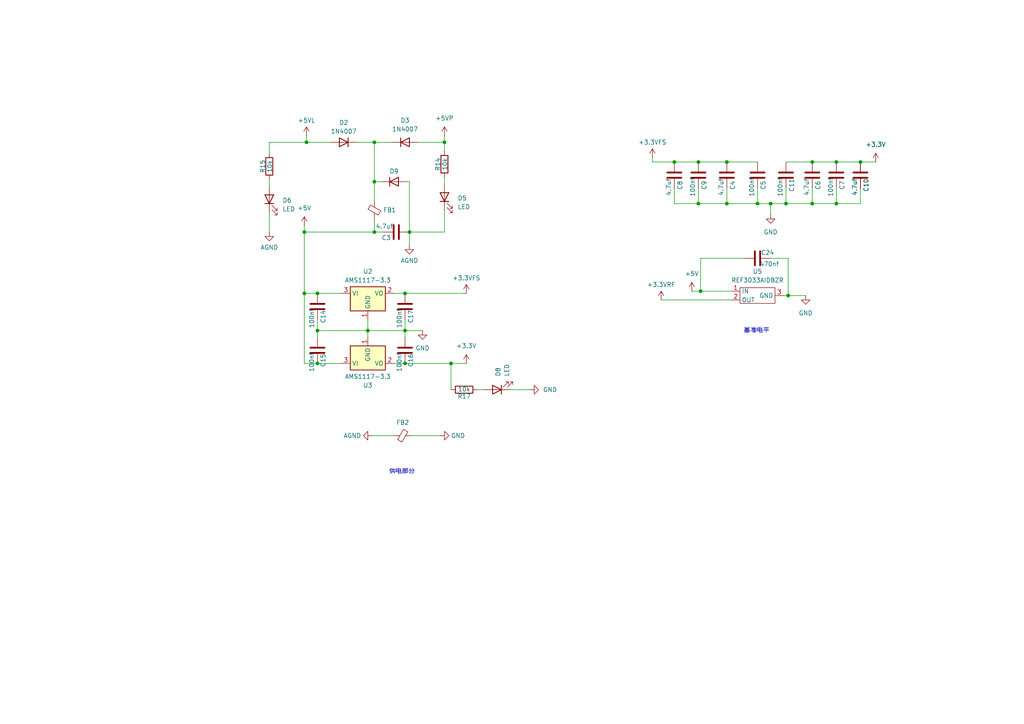
<source format=kicad_sch>
(kicad_sch (version 20231120) (generator "eeschema") (generator_version "8.0")
  (paper "A4")
  (lib_symbols
    (symbol "Main:1N4007" (pin_numbers hide) (pin_names hide)
      (property "Reference" "D" (at 0 2.54 0))
      (property "Value" "1N4007" (at 0 -2.54 0))
      (symbol "1N4007_0_1"
        (polyline (pts (xy -1.27 1.27) (xy -1.27 -1.27)) (stroke (width 0.254)))
        (polyline (pts (xy 1.27 0) (xy -1.27 0)))
        (polyline (pts (xy 1.27 1.27) (xy 1.27 -1.27) (xy -1.27 0) (xy 1.27 1.27)) (stroke (width 0.254)))
      )
      (symbol "1N4007_1_1"
        (pin passive line (at -3.81 0 0) (length 2.54) (name "K") (number "1"))
        (pin passive line (at 3.81 0 180) (length 2.54) (name "A") (number "2"))
      )
    )
    (symbol "Main:AMS1117-3.3_1"
      (property "Reference" "U" (at -3.81 3.175 0))
      (property "Value" "AMS1117-3.3" (at 0 3.175 0))
      (symbol "AMS1117-3.3_1_0_1"
        (rectangle (start -5.08 -5.08) (end 5.08 1.905) (stroke (width 0.254)) (fill (type background)))
      )
      (symbol "AMS1117-3.3_1_1_1"
        (pin power_in line (at 0 -7.62 90) (length 2.54) (name "GND") (number "1"))
        (pin power_out line (at 7.62 0 180) (length 2.54) (name "VO") (number "2"))
        (pin power_in line (at -7.62 0 0) (length 2.54) (name "VI") (number "3"))
      )
    )
    (symbol "Main:C" (pin_numbers hide) (pin_names (offset 0.254))
      (property "Reference" "C" (at 0.635 2.54 0))
      (property "Value" "C" (at 0.635 -2.54 0))
      (symbol "C_0_1"
        (polyline (pts (xy -2.032 -0.762) (xy 2.032 -0.762)) (stroke (width 0.508)))
        (polyline (pts (xy -2.032 0.762) (xy 2.032 0.762)) (stroke (width 0.508)))
      )
      (symbol "C_1_1"
        (pin passive line (at 0 3.81 270) (length 2.794) (name "~") (number "1"))
        (pin passive line (at 0 -3.81 90) (length 2.794) (name "~") (number "2"))
      )
    )
    (symbol "Main:D" (pin_numbers hide) (pin_names (offset 1.016) hide)
      (property "Reference" "D" (at 0 2.54 0))
      (property "Value" "D" (at 0 -2.54 0))
      (symbol "D_0_1"
        (polyline (pts (xy -1.27 1.27) (xy -1.27 -1.27)) (stroke (width 0.254)))
        (polyline (pts (xy 1.27 0) (xy -1.27 0)))
        (polyline (pts (xy 1.27 1.27) (xy 1.27 -1.27) (xy -1.27 0) (xy 1.27 1.27)) (stroke (width 0.254)))
      )
      (symbol "D_1_1"
        (pin passive line (at -3.81 0 0) (length 2.54) (name "K") (number "1"))
        (pin passive line (at 3.81 0 180) (length 2.54) (name "A") (number "2"))
      )
    )
    (symbol "Main:FerriteBead_Small" (pin_numbers hide) (pin_names (offset 0))
      (property "Reference" "FB" (at 1.905 1.27 0))
      (symbol "FerriteBead_Small_0_1"
        (polyline (pts (xy 0 -1.27) (xy 0 -0.7874)))
        (polyline (pts (xy 0 0.889) (xy 0 1.2954)))
        (polyline (pts (xy -1.8288 0.2794) (xy -1.1176 1.4986) (xy 1.8288 -0.2032) (xy 1.1176 -1.4224) (xy -1.8288 0.2794)))
      )
      (symbol "FerriteBead_Small_1_1"
        (pin passive line (at 0 2.54 270) (length 1.27) (name "~") (number "1"))
        (pin passive line (at 0 -2.54 90) (length 1.27) (name "~") (number "2"))
      )
    )
    (symbol "Main:LED" (pin_numbers hide) (pin_names (offset 1.016) hide)
      (property "Reference" "D" (at 0 2.54 0))
      (property "Value" "LED" (at 0 -2.54 0))
      (symbol "LED_0_1"
        (polyline (pts (xy -1.27 -1.27) (xy -1.27 1.27)) (stroke (width 0.254)))
        (polyline (pts (xy -1.27 0) (xy 1.27 0)))
        (polyline (pts (xy 1.27 -1.27) (xy 1.27 1.27) (xy -1.27 0) (xy 1.27 -1.27)) (stroke (width 0.254)))
        (polyline (pts (xy -3.048 -0.762) (xy -4.572 -2.286) (xy -3.81 -2.286) (xy -4.572 -2.286) (xy -4.572 -1.524)))
        (polyline (pts (xy -1.778 -0.762) (xy -3.302 -2.286) (xy -2.54 -2.286) (xy -3.302 -2.286) (xy -3.302 -1.524)))
      )
      (symbol "LED_1_1"
        (pin passive line (at -3.81 0 0) (length 2.54) (name "K") (number "1"))
        (pin passive line (at 3.81 0 180) (length 2.54) (name "A") (number "2"))
      )
    )
    (symbol "Main:R" (pin_numbers hide) (pin_names (offset 0))
      (property "Reference" "R" (at 2.032 0 90))
      (property "Value" "R" (at 0 0 90))
      (symbol "R_0_1"
        (rectangle (start -1.016 -2.54) (end 1.016 2.54) (stroke (width 0.254)))
      )
      (symbol "R_1_1"
        (pin passive line (at 0 3.81 270) (length 1.27) (name "~") (number "1"))
        (pin passive line (at 0 -3.81 90) (length 1.27) (name "~") (number "2"))
      )
    )
    (symbol "Main:REF3033AIDBZR"
      (property "Reference" "U" (at 0 4.064 0))
      (property "Value" "REF3033AIDBZR" (at 0 4.064 0))
      (symbol "REF3033AIDBZR_1_1"
        (rectangle (start -5.08 2.286) (end 5.08 -2.286))
        (pin output line (at -7.62 1.27 0) (length 2.54) (name "IN") (number "1"))
        (pin output line (at -7.62 -1.27 0) (length 2.54) (name "OUT") (number "2"))
        (pin output line (at 7.62 0 180) (length 2.54) (name "GND") (number "3"))
      )
    )
    (symbol "power:+3.3V" (power) (pin_numbers hide) (pin_names (offset 0) hide)
      (property "Value" "+3.3V" (at 0 3.556 0))
      (symbol "+3.3V_0_1"
        (polyline (pts (xy -0.762 1.27) (xy 0 2.54)))
        (polyline (pts (xy 0 0) (xy 0 2.54)))
        (polyline (pts (xy 0 2.54) (xy 0.762 1.27)))
      )
      (symbol "+3.3V_1_1"
        (pin power_in line (at 0 0 90) (length 0) (name "~") (number "1"))
      )
    )
    (symbol "power:+5V" (power) (pin_numbers hide) (pin_names (offset 0) hide)
      (property "Value" "+5V" (at 0 3.556 0))
      (symbol "+5V_0_1"
        (polyline (pts (xy -0.762 1.27) (xy 0 2.54)))
        (polyline (pts (xy 0 0) (xy 0 2.54)))
        (polyline (pts (xy 0 2.54) (xy 0.762 1.27)))
      )
      (symbol "+5V_1_1"
        (pin power_in line (at 0 0 90) (length 0) (name "~") (number "1"))
      )
    )
    (symbol "power:GND" (power) (pin_numbers hide) (pin_names (offset 0) hide)
      (property "Value" "GND" (at 0 -3.81 0))
      (symbol "GND_0_1"
        (polyline (pts (xy 0 0) (xy 0 -1.27) (xy 1.27 -1.27) (xy 0 -2.54) (xy -1.27 -1.27) (xy 0 -1.27)))
      )
      (symbol "GND_1_1"
        (pin power_in line (at 0 0 270) (length 0) (name "~") (number "1"))
      )
    )
  )
  (junction (at 203.2 84.455))
  (junction (at 92.075 85.09))
  (junction (at 210.82 59.055))
  (junction (at 117.475 95.885))
  (junction (at 88.265 67.31))
  (junction (at 92.075 105.41))
  (junction (at 92.075 95.885))
  (junction (at 130.81 105.41))
  (junction (at 108.585 41.275))
  (junction (at 242.57 46.99))
  (junction (at 223.52 59.055))
  (junction (at 227.965 59.055))
  (junction (at 210.82 46.99))
  (junction (at 106.68 95.885))
  (junction (at 242.57 59.055))
  (junction (at 88.9 41.275))
  (junction (at 117.475 105.41))
  (junction (at 235.585 46.99))
  (junction (at 235.585 59.055))
  (junction (at 88.265 85.09))
  (junction (at 228.6 85.725))
  (junction (at 108.585 67.31))
  (junction (at 219.71 59.055))
  (junction (at 117.475 85.09))
  (junction (at 195.58 46.99))
  (junction (at 202.565 59.055))
  (junction (at 108.585 52.705))
  (junction (at 128.905 41.275))
  (junction (at 249.555 46.99))
  (junction (at 118.745 67.31))
  (junction (at 202.565 46.99))
  (wire (pts (xy 227.33 85.725) (xy 228.6 85.725)))
  (wire (pts (xy 223.52 74.93) (xy 228.6 74.93)))
  (wire (pts (xy 103.505 41.275) (xy 108.585 41.275)))
  (wire (pts (xy 118.745 52.705) (xy 118.745 67.31)))
  (wire (pts (xy 219.71 54.61) (xy 219.71 59.055)))
  (wire (pts (xy 88.265 85.09) (xy 88.265 67.31)))
  (wire (pts (xy 117.475 85.09) (xy 135.255 85.09)))
  (wire (pts (xy 228.6 85.725) (xy 233.68 85.725)))
  (wire (pts (xy 108.585 67.31) (xy 111.125 67.31)))
  (wire (pts (xy 121.285 41.275) (xy 128.905 41.275)))
  (wire (pts (xy 128.905 41.275) (xy 128.905 43.815)))
  (wire (pts (xy 200.66 84.455) (xy 203.2 84.455)))
  (wire (pts (xy 249.555 59.055) (xy 242.57 59.055)))
  (wire (pts (xy 242.57 46.99) (xy 249.555 46.99)))
  (wire (pts (xy 78.105 44.45) (xy 78.105 41.275)))
  (wire (pts (xy 114.3 85.09) (xy 117.475 85.09)))
  (wire (pts (xy 88.265 105.41) (xy 92.075 105.41)))
  (wire (pts (xy 242.57 59.055) (xy 235.585 59.055)))
  (wire (pts (xy 117.475 95.885) (xy 122.555 95.885)))
  (wire (pts (xy 203.2 84.455) (xy 212.09 84.455)))
  (wire (pts (xy 117.475 95.885) (xy 117.475 97.79)))
  (wire (pts (xy 135.255 105.41) (xy 130.81 105.41)))
  (wire (pts (xy 242.57 54.61) (xy 242.57 59.055)))
  (wire (pts (xy 189.23 45.72) (xy 189.23 46.99)))
  (wire (pts (xy 128.905 51.435) (xy 128.905 53.34)))
  (wire (pts (xy 117.475 92.71) (xy 117.475 95.885)))
  (wire (pts (xy 106.68 95.885) (xy 106.68 97.79)))
  (wire (pts (xy 88.265 65.405) (xy 88.265 67.31)))
  (wire (pts (xy 210.82 54.61) (xy 210.82 59.055)))
  (wire (pts (xy 108.585 52.705) (xy 110.49 52.705)))
  (wire (pts (xy 117.475 105.41) (xy 130.81 105.41)))
  (wire (pts (xy 195.58 46.99) (xy 202.565 46.99)))
  (wire (pts (xy 189.23 46.99) (xy 195.58 46.99)))
  (wire (pts (xy 114.3 105.41) (xy 117.475 105.41)))
  (wire (pts (xy 249.555 46.99) (xy 254 46.99)))
  (wire (pts (xy 106.68 95.885) (xy 117.475 95.885)))
  (wire (pts (xy 108.585 41.275) (xy 113.665 41.275)))
  (wire (pts (xy 78.105 41.275) (xy 88.9 41.275)))
  (wire (pts (xy 128.905 60.96) (xy 128.905 67.31)))
  (wire (pts (xy 128.905 39.37) (xy 128.905 41.275)))
  (wire (pts (xy 92.075 92.71) (xy 92.075 95.885)))
  (wire (pts (xy 210.82 46.99) (xy 219.71 46.99)))
  (wire (pts (xy 202.565 46.99) (xy 210.82 46.99)))
  (wire (pts (xy 195.58 54.61) (xy 195.58 59.055)))
  (wire (pts (xy 235.585 54.61) (xy 235.585 59.055)))
  (wire (pts (xy 202.565 54.61) (xy 202.565 59.055)))
  (wire (pts (xy 99.06 105.41) (xy 92.075 105.41)))
  (wire (pts (xy 228.6 74.93) (xy 228.6 85.725)))
  (wire (pts (xy 227.965 54.61) (xy 227.965 59.055)))
  (wire (pts (xy 235.585 59.055) (xy 227.965 59.055)))
  (wire (pts (xy 219.71 59.055) (xy 223.52 59.055)))
  (wire (pts (xy 106.68 95.885) (xy 106.68 92.71)))
  (wire (pts (xy 118.11 52.705) (xy 118.745 52.705)))
  (wire (pts (xy 235.585 46.99) (xy 242.57 46.99)))
  (wire (pts (xy 88.9 41.275) (xy 95.885 41.275)))
  (wire (pts (xy 92.075 85.09) (xy 88.265 85.09)))
  (wire (pts (xy 119.38 126.365) (xy 127.635 126.365)))
  (wire (pts (xy 78.105 61.595) (xy 78.105 67.31)))
  (wire (pts (xy 92.075 95.885) (xy 106.68 95.885)))
  (wire (pts (xy 138.43 113.03) (xy 140.335 113.03)))
  (wire (pts (xy 203.2 74.93) (xy 203.2 84.455)))
  (wire (pts (xy 191.77 86.995) (xy 212.09 86.995)))
  (wire (pts (xy 249.555 54.61) (xy 249.555 59.055)))
  (wire (pts (xy 99.06 85.09) (xy 92.075 85.09)))
  (wire (pts (xy 78.105 52.07) (xy 78.105 53.975)))
  (wire (pts (xy 147.955 113.03) (xy 153.67 113.03)))
  (wire (pts (xy 118.745 67.31) (xy 118.745 71.12)))
  (wire (pts (xy 88.9 39.37) (xy 88.9 41.275)))
  (wire (pts (xy 215.9 74.93) (xy 203.2 74.93)))
  (wire (pts (xy 195.58 59.055) (xy 202.565 59.055)))
  (wire (pts (xy 88.265 67.31) (xy 108.585 67.31)))
  (wire (pts (xy 223.52 59.055) (xy 223.52 62.23)))
  (wire (pts (xy 107.95 126.365) (xy 114.3 126.365)))
  (wire (pts (xy 227.965 46.99) (xy 235.585 46.99)))
  (wire (pts (xy 130.81 105.41) (xy 130.81 113.03)))
  (wire (pts (xy 108.585 41.275) (xy 108.585 52.705)))
  (wire (pts (xy 210.82 59.055) (xy 219.71 59.055)))
  (wire (pts (xy 108.585 52.705) (xy 108.585 58.42)))
  (wire (pts (xy 128.905 67.31) (xy 118.745 67.31)))
  (wire (pts (xy 202.565 59.055) (xy 210.82 59.055)))
  (wire (pts (xy 92.075 95.885) (xy 92.075 97.79)))
  (wire (pts (xy 108.585 63.5) (xy 108.585 67.31)))
  (wire (pts (xy 227.965 59.055) (xy 223.52 59.055)))
  (wire (pts (xy 88.265 105.41) (xy 88.265 85.09)))
  (text "供电部分" (at 116.586 136.906 0) (effects (font (size 1.27 1.27))))
  (text "基准电平" (at 219.456 96.012 0) (effects (font (size 1.27 1.27))))
  (symbol (lib_id "power:GND") (at 118.745 71.12 0) (unit 1)
    (property "Reference" "#PWR021" (effects (hide yes)))
    (property "Value" "AGND" (at 118.745 75.565 0))
    (property "Description" "Power symbol creates a global label with name \"GND\" , ground" (effects (hide yes)))
  )
  (symbol (lib_id "Main:C") (at 117.475 101.6 0) (unit 1)
    (property "Reference" "C16" (at 119.126 104.521 90))
    (property "Value" "100nf" (at 115.824 105.029 90))
    (property "Footprint" "Capacitor_SMD:C_0603_1608Metric_Pad1.08x0.95mm_HandSolder" (effects (hide yes)))
    (property "Description" "Unpolarized capacitor" (effects (hide yes)))
  )
  (symbol (lib_id "power:+3.3V") (at 189.23 45.72 0) (unit 1)
    (property "Reference" "#PWR030" (effects (hide yes)))
    (property "Value" "+3.3VFS" (at 189.23 41.275 0))
    (property "Description" "Power symbol creates a global label with name \"+3.3V\"" (effects (hide yes)))
  )
  (symbol (lib_id "Main:R") (at 128.905 47.625 180) (unit 1)
    (property "Reference" "R14" (at 127 47.625 90))
    (property "Value" "10k" (at 129.032 47.625 90))
    (property "Footprint" "Resistor_SMD:R_0603_1608Metric_Pad0.98x0.95mm_HandSolder" (effects (hide yes)))
    (property "Description" "Resistor" (effects (hide yes)))
  )
  (symbol (lib_id "power:+3.3V") (at 135.255 85.09 0) (unit 1)
    (property "Reference" "#PWR024" (effects (hide yes)))
    (property "Value" "+3.3VFS" (at 135.255 80.645 0))
    (property "Description" "Power symbol creates a global label with name \"+3.3V\"" (effects (hide yes)))
  )
  (symbol (lib_id "Main:C") (at 219.71 50.8 0) (unit 1)
    (property "Reference" "C5" (at 221.361 53.721 90))
    (property "Value" "100nf" (at 218.059 54.229 90))
    (property "Footprint" "Capacitor_SMD:C_0603_1608Metric_Pad1.08x0.95mm_HandSolder" (effects (hide yes)))
    (property "Description" "Unpolarized capacitor" (effects (hide yes)))
  )
  (symbol (lib_id "Main:C") (at 219.71 74.93 90) (unit 1)
    (property "Reference" "C24" (at 222.631 73.279 90))
    (property "Value" "470nf" (at 223.139 76.581 90))
    (property "Footprint" "Capacitor_SMD:C_0603_1608Metric_Pad1.08x0.95mm_HandSolder" (effects (hide yes)))
    (property "Description" "Unpolarized capacitor" (effects (hide yes)))
  )
  (symbol (lib_id "power:+3.3V") (at 135.255 105.41 0) (unit 1)
    (property "Reference" "#PWR025" (effects (hide yes)))
    (property "Value" "+3.3V" (at 135.255 100.33 0))
    (property "Description" "Power symbol creates a global label with name \"+3.3V\"" (effects (hide yes)))
  )
  (symbol (lib_id "Main:LED") (at 78.105 57.785 90) (unit 1)
    (property "Reference" "D6" (at 81.915 58.1024 90) (effects (justify right)))
    (property "Value" "LED" (at 81.915 60.6424 90) (effects (justify right)))
    (property "Footprint" "LED_SMD:LED_0603_1608Metric_Pad1.05x0.95mm_HandSolder" (effects (hide yes)))
    (property "Description" "Light emitting diode" (effects (hide yes)))
  )
  (symbol (lib_id "Main:C") (at 92.075 88.9 0) (unit 1)
    (property "Reference" "C14" (at 93.726 91.821 90))
    (property "Value" "100nf" (at 90.424 92.329 90))
    (property "Footprint" "Capacitor_SMD:C_0603_1608Metric_Pad1.08x0.95mm_HandSolder" (effects (hide yes)))
    (property "Description" "Unpolarized capacitor" (effects (hide yes)))
  )
  (symbol (lib_id "Main:LED") (at 144.145 113.03 180) (unit 1)
    (property "Reference" "D8" (at 144.4624 109.22 90) (effects (justify right)))
    (property "Value" "LED" (at 147.0024 109.22 90) (effects (justify right)))
    (property "Footprint" "LED_SMD:LED_0603_1608Metric_Pad1.05x0.95mm_HandSolder" (effects (hide yes)))
    (property "Description" "Light emitting diode" (effects (hide yes)))
  )
  (symbol (lib_id "power:+5V") (at 200.66 84.455 0) (unit 1)
    (property "Reference" "#PWR037" (effects (hide yes)))
    (property "Value" "+5V" (at 200.66 79.375 0))
    (property "Description" "Power symbol creates a global label with name \"+5V\"" (effects (hide yes)))
  )
  (symbol (lib_id "power:+5V") (at 128.905 39.37 0) (unit 1)
    (property "Reference" "#PWR022" (effects (hide yes)))
    (property "Value" "+5VP" (at 128.905 34.29 0))
    (property "Description" "Power symbol creates a global label with name \"+5V\"" (effects (hide yes)))
  )
  (symbol (lib_id "power:GND") (at 78.105 67.31 0) (unit 1)
    (property "Reference" "#PWR027" (effects (hide yes)))
    (property "Value" "AGND" (at 78.105 71.755 0))
    (property "Description" "Power symbol creates a global label with name \"GND\" , ground" (effects (hide yes)))
  )
  (symbol (lib_id "Main:1N4007") (at 99.695 41.275 180) (unit 1)
    (property "Reference" "D2" (at 99.695 35.56 0))
    (property "Value" "1N4007" (at 99.695 38.1 0))
    (property "Footprint" "Diode_SMD:D_SMA_Handsoldering" (effects (hide yes)))
    (property "Datasheet" "http://www.vishay.com/docs/88503/1n4001.pdf" (effects (hide yes)))
    (property "Description" "1000V 1A General Purpose Rectifier Diode, DO-41" (effects (hide yes)))
    (property "Sim.Device" "D" (effects (hide yes)))
    (property "Sim.Pins" "1=K 2=A" (effects (hide yes)))
  )
  (symbol (lib_id "Main:C") (at 242.57 50.8 0) (unit 1)
    (property "Reference" "C7" (at 244.221 53.721 90))
    (property "Value" "100nf" (at 240.919 54.229 90))
    (property "Footprint" "Capacitor_SMD:C_0603_1608Metric_Pad1.08x0.95mm_HandSolder" (effects (hide yes)))
    (property "Description" "Unpolarized capacitor" (effects (hide yes)))
  )
  (symbol (lib_id "Main:D") (at 114.3 52.705 0) (unit 1)
    (property "Reference" "D9" (at 114.3 49.657 0))
    (property "Value" "TVS" (effects (hide yes)))
    (property "Footprint" "Diode_SMD:D_SMA_Handsoldering" (effects (hide yes)))
    (property "Description" "Diode" (effects (hide yes)))
    (property "Sim.Device" "D" (effects (hide yes)))
    (property "Sim.Pins" "1=K 2=A" (effects (hide yes)))
  )
  (symbol (lib_id "Main:REF3033AIDBZR") (at 219.71 85.725 0) (unit 1)
    (property "Reference" "U5" (at 219.71 78.74 0))
    (property "Value" "REF3033AIDBZR" (at 219.71 81.28 0))
    (property "Footprint" "Main:SOT-23_Handsoldering" (effects (hide yes)))
    (property "Description" "3V3电压基准芯片" (effects (hide yes)))
  )
  (symbol (lib_id "Main:C") (at 114.935 67.31 270) (unit 1)
    (property "Reference" "C3" (at 112.014 68.961 90))
    (property "Value" "4.7uf" (at 111.506 65.659 90))
    (property "Footprint" "Capacitor_SMD:C_0603_1608Metric_Pad1.08x0.95mm_HandSolder" (effects (hide yes)))
    (property "Description" "Unpolarized capacitor" (effects (hide yes)))
  )
  (symbol (lib_id "Main:FerriteBead_Small") (at 108.585 60.96 0) (unit 1)
    (property "Reference" "FB1" (at 111.125 60.9218 0) (effects (justify left)))
    (property "Value" "FerriteBead_Small" (effects (hide yes)))
    (property "Footprint" "Fuse:Fuse_0603_1608Metric_Pad1.05x0.95mm_HandSolder" (effects (hide yes)))
    (property "Description" "Ferrite bead, small symbol" (effects (hide yes)))
  )
  (symbol (lib_id "Main:C") (at 117.475 88.9 0) (unit 1)
    (property "Reference" "C17" (at 119.126 91.821 90))
    (property "Value" "100nf" (at 115.824 92.329 90))
    (property "Footprint" "Capacitor_SMD:C_0603_1608Metric_Pad1.08x0.95mm_HandSolder" (effects (hide yes)))
    (property "Description" "Unpolarized capacitor" (effects (hide yes)))
  )
  (symbol (lib_id "power:GND") (at 233.68 85.725 0) (unit 1)
    (property "Reference" "#PWR036" (effects (hide yes)))
    (property "Value" "GND" (at 233.68 90.805 0))
    (property "Description" "Power symbol creates a global label with name \"GND\" , ground" (effects (hide yes)))
  )
  (symbol (lib_id "power:+3.3V") (at 191.77 86.995 0) (unit 1)
    (property "Reference" "#PWR038" (effects (hide yes)))
    (property "Value" "+3.3VRF" (at 191.77 82.55 0))
    (property "Description" "Power symbol creates a global label with name \"+3.3V\"" (effects (hide yes)))
  )
  (symbol (lib_id "Main:AMS1117-3.3_1") (at 106.68 105.41 0) (mirror x) (unit 1)
    (property "Reference" "U3" (at 106.68 111.76 0))
    (property "Value" "AMS1117-3.3" (at 106.68 109.22 0))
    (property "Footprint" "Package_TO_SOT_SMD:SOT-223-3_TabPin2" (effects (hide yes)))
    (property "Datasheet" "http://www.advanced-monolithic.com/pdf/ds1117.pdf" (effects (hide yes)))
    (property "Description" "1A Low Dropout regulator, positive, 3.3V fixed output, SOT-223" (effects (hide yes)))
  )
  (symbol (lib_id "power:GND") (at 127.635 126.365 90) (unit 1)
    (property "Reference" "#PWR043" (effects (hide yes)))
    (property "Value" "GND" (at 130.81 126.3649 90) (effects (justify right)))
    (property "Description" "Power symbol creates a global label with name \"GND\" , ground" (effects (hide yes)))
  )
  (symbol (lib_id "Main:C") (at 92.075 101.6 0) (unit 1)
    (property "Reference" "C15" (at 93.726 104.521 90))
    (property "Value" "100nf" (at 90.424 105.029 90))
    (property "Footprint" "Capacitor_SMD:C_0603_1608Metric_Pad1.08x0.95mm_HandSolder" (effects (hide yes)))
    (property "Description" "Unpolarized capacitor" (effects (hide yes)))
  )
  (symbol (lib_id "power:+5V") (at 88.265 65.405 0) (unit 1)
    (property "Reference" "#PWR020" (effects (hide yes)))
    (property "Value" "+5V" (at 88.265 60.325 0))
    (property "Description" "Power symbol creates a global label with name \"+5V\"" (effects (hide yes)))
  )
  (symbol (lib_id "power:+5V") (at 88.9 39.37 0) (unit 1)
    (property "Reference" "#PWR019" (effects (hide yes)))
    (property "Value" "+5VL" (at 88.9 34.925 0))
    (property "Description" "Power symbol creates a global label with name \"+5V\"" (effects (hide yes)))
  )
  (symbol (lib_id "Main:C") (at 202.565 50.8 0) (unit 1)
    (property "Reference" "C9" (at 204.216 53.721 90))
    (property "Value" "100nf" (at 200.914 54.229 90))
    (property "Footprint" "Capacitor_SMD:C_0603_1608Metric_Pad1.08x0.95mm_HandSolder" (effects (hide yes)))
    (property "Description" "Unpolarized capacitor" (effects (hide yes)))
  )
  (symbol (lib_id "Main:R") (at 78.105 48.26 180) (unit 1)
    (property "Reference" "R15" (at 76.2 48.26 90))
    (property "Value" "10k" (at 78.232 48.26 90))
    (property "Footprint" "Resistor_SMD:R_0603_1608Metric_Pad0.98x0.95mm_HandSolder" (effects (hide yes)))
    (property "Description" "Resistor" (effects (hide yes)))
  )
  (symbol (lib_id "Main:C") (at 227.965 50.8 0) (unit 1)
    (property "Reference" "C11" (at 229.616 53.721 90))
    (property "Value" "100nf" (at 226.314 54.229 90))
    (property "Footprint" "Capacitor_SMD:C_0603_1608Metric_Pad1.08x0.95mm_HandSolder" (effects (hide yes)))
    (property "Description" "Unpolarized capacitor" (effects (hide yes)))
  )
  (symbol (lib_id "Main:AMS1117-3.3_1") (at 106.68 85.09 0) (unit 1)
    (property "Reference" "U2" (at 106.68 78.74 0))
    (property "Value" "AMS1117-3.3" (at 106.68 81.28 0))
    (property "Footprint" "Package_TO_SOT_SMD:SOT-223-3_TabPin2" (effects (hide yes)))
    (property "Datasheet" "http://www.advanced-monolithic.com/pdf/ds1117.pdf" (effects (hide yes)))
    (property "Description" "1A Low Dropout regulator, positive, 3.3V fixed output, SOT-223" (effects (hide yes)))
  )
  (symbol (lib_id "power:GND") (at 122.555 95.885 0) (unit 1)
    (property "Reference" "#PWR023" (effects (hide yes)))
    (property "Value" "GND" (at 122.555 100.965 0))
    (property "Description" "Power symbol creates a global label with name \"GND\" , ground" (effects (hide yes)))
  )
  (symbol (lib_id "Main:C") (at 210.82 50.8 0) (unit 1)
    (property "Reference" "C4" (at 212.471 53.721 90))
    (property "Value" "4.7uf" (at 209.169 54.229 90))
    (property "Footprint" "Capacitor_SMD:C_0603_1608Metric_Pad1.08x0.95mm_HandSolder" (effects (hide yes)))
    (property "Description" "Unpolarized capacitor" (effects (hide yes)))
  )
  (symbol (lib_id "Main:R") (at 134.62 113.03 270) (unit 1)
    (property "Reference" "R17" (at 134.62 114.935 90))
    (property "Value" "10k" (at 134.62 112.903 90))
    (property "Footprint" "Resistor_SMD:R_0603_1608Metric_Pad0.98x0.95mm_HandSolder" (effects (hide yes)))
    (property "Description" "Resistor" (effects (hide yes)))
  )
  (symbol (lib_id "Main:C") (at 249.555 50.8 0) (unit 1)
    (property "Reference" "C10" (at 251.206 53.721 90))
    (property "Value" "4.7uf" (at 247.904 54.229 90))
    (property "Footprint" "Capacitor_SMD:C_0603_1608Metric_Pad1.08x0.95mm_HandSolder" (effects (hide yes)))
    (property "Description" "Unpolarized capacitor" (effects (hide yes)))
  )
  (symbol (lib_id "Main:1N4007") (at 117.475 41.275 0) (unit 1)
    (property "Reference" "D3" (at 117.475 34.925 0))
    (property "Value" "1N4007" (at 117.475 37.465 0))
    (property "Footprint" "Diode_SMD:D_SMA_Handsoldering" (effects (hide yes)))
    (property "Datasheet" "http://www.vishay.com/docs/88503/1n4001.pdf" (effects (hide yes)))
    (property "Description" "1000V 1A General Purpose Rectifier Diode, DO-41" (effects (hide yes)))
    (property "Sim.Device" "D" (effects (hide yes)))
    (property "Sim.Pins" "1=K 2=A" (effects (hide yes)))
  )
  (symbol (lib_id "power:GND") (at 153.67 113.03 90) (unit 1)
    (property "Reference" "#PWR029" (effects (hide yes)))
    (property "Value" "GND" (at 157.48 113.0299 90) (effects (justify right)))
    (property "Description" "Power symbol creates a global label with name \"GND\" , ground" (effects (hide yes)))
  )
  (symbol (lib_id "Main:C") (at 235.585 50.8 0) (unit 1)
    (property "Reference" "C6" (at 237.236 53.721 90))
    (property "Value" "4.7uf" (at 233.934 54.229 90))
    (property "Footprint" "Capacitor_SMD:C_0603_1608Metric_Pad1.08x0.95mm_HandSolder" (effects (hide yes)))
    (property "Description" "Unpolarized capacitor" (effects (hide yes)))
  )
  (symbol (lib_id "Main:LED") (at 128.905 57.15 90) (unit 1)
    (property "Reference" "D5" (at 132.715 57.4674 90) (effects (justify right)))
    (property "Value" "LED" (at 132.715 60.0074 90) (effects (justify right)))
    (property "Footprint" "LED_SMD:LED_0603_1608Metric_Pad1.05x0.95mm_HandSolder" (effects (hide yes)))
    (property "Description" "Light emitting diode" (effects (hide yes)))
  )
  (symbol (lib_id "power:GND") (at 107.95 126.365 270) (unit 1)
    (property "Reference" "#PWR042" (effects (hide yes)))
    (property "Value" "AGND" (at 104.775 126.3649 90) (effects (justify right)))
    (property "Description" "Power symbol creates a global label with name \"GND\" , ground" (effects (hide yes)))
  )
  (symbol (lib_id "power:GND") (at 223.52 62.23 0) (unit 1)
    (property "Reference" "#PWR032" (effects (hide yes)))
    (property "Value" "GND" (at 223.52 67.31 0))
    (property "Description" "Power symbol creates a global label with name \"GND\" , ground" (effects (hide yes)))
  )
  (symbol (lib_id "Main:C") (at 195.58 50.8 0) (unit 1)
    (property "Reference" "C8" (at 197.231 53.721 90))
    (property "Value" "4.7uf" (at 193.929 54.229 90))
    (property "Footprint" "Capacitor_SMD:C_0603_1608Metric_Pad1.08x0.95mm_HandSolder" (effects (hide yes)))
    (property "Description" "Unpolarized capacitor" (effects (hide yes)))
  )
  (symbol (lib_id "Main:FerriteBead_Small") (at 116.84 126.365 90) (unit 1)
    (property "Reference" "FB2" (at 116.8019 122.555 90))
    (property "Value" "FerriteBead_Small" (effects (hide yes)))
    (property "Footprint" "Fuse:Fuse_0603_1608Metric_Pad1.05x0.95mm_HandSolder" (effects (hide yes)))
    (property "Description" "Ferrite bead, small symbol" (effects (hide yes)))
  )
  (symbol (lib_id "power:+3.3V") (at 254 46.99 0) (unit 1)
    (property "Reference" "#PWR031" (effects (hide yes)))
    (property "Value" "+3.3V" (at 254 41.91 0))
    (property "Description" "Power symbol creates a global label with name \"+3.3V\"" (effects (hide yes)))
  )
)
</source>
